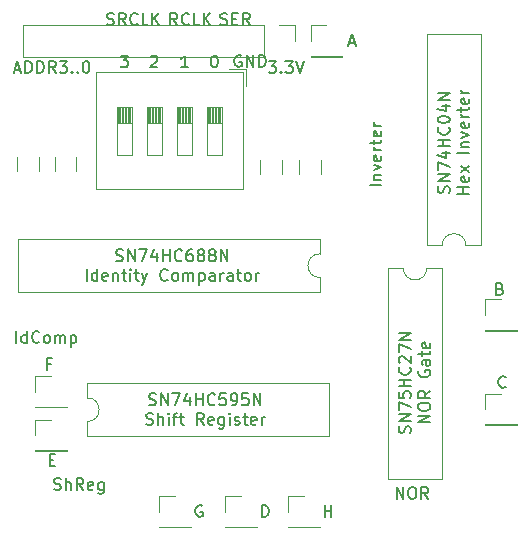
<source format=gbr>
%TF.GenerationSoftware,KiCad,Pcbnew,(5.1.6)-1*%
%TF.CreationDate,2020-10-26T14:55:52-07:00*%
%TF.ProjectId,DigitController2,44696769-7443-46f6-9e74-726f6c6c6572,rev?*%
%TF.SameCoordinates,Original*%
%TF.FileFunction,Legend,Top*%
%TF.FilePolarity,Positive*%
%FSLAX46Y46*%
G04 Gerber Fmt 4.6, Leading zero omitted, Abs format (unit mm)*
G04 Created by KiCad (PCBNEW (5.1.6)-1) date 2020-10-26 14:55:52*
%MOMM*%
%LPD*%
G01*
G04 APERTURE LIST*
%ADD10C,0.150000*%
%ADD11C,0.120000*%
G04 APERTURE END LIST*
D10*
X144470380Y-99623238D02*
X143470380Y-99623238D01*
X143803714Y-99147047D02*
X144470380Y-99147047D01*
X143898952Y-99147047D02*
X143851333Y-99099428D01*
X143803714Y-99004190D01*
X143803714Y-98861333D01*
X143851333Y-98766095D01*
X143946571Y-98718476D01*
X144470380Y-98718476D01*
X143803714Y-98337523D02*
X144470380Y-98099428D01*
X143803714Y-97861333D01*
X144422761Y-97099428D02*
X144470380Y-97194666D01*
X144470380Y-97385142D01*
X144422761Y-97480380D01*
X144327523Y-97528000D01*
X143946571Y-97528000D01*
X143851333Y-97480380D01*
X143803714Y-97385142D01*
X143803714Y-97194666D01*
X143851333Y-97099428D01*
X143946571Y-97051809D01*
X144041809Y-97051809D01*
X144137047Y-97528000D01*
X144470380Y-96623238D02*
X143803714Y-96623238D01*
X143994190Y-96623238D02*
X143898952Y-96575619D01*
X143851333Y-96528000D01*
X143803714Y-96432761D01*
X143803714Y-96337523D01*
X143803714Y-96147047D02*
X143803714Y-95766095D01*
X143470380Y-96004190D02*
X144327523Y-96004190D01*
X144422761Y-95956571D01*
X144470380Y-95861333D01*
X144470380Y-95766095D01*
X144422761Y-95051809D02*
X144470380Y-95147047D01*
X144470380Y-95337523D01*
X144422761Y-95432761D01*
X144327523Y-95480380D01*
X143946571Y-95480380D01*
X143851333Y-95432761D01*
X143803714Y-95337523D01*
X143803714Y-95147047D01*
X143851333Y-95051809D01*
X143946571Y-95004190D01*
X144041809Y-95004190D01*
X144137047Y-95480380D01*
X144470380Y-94575619D02*
X143803714Y-94575619D01*
X143994190Y-94575619D02*
X143898952Y-94528000D01*
X143851333Y-94480380D01*
X143803714Y-94385142D01*
X143803714Y-94289904D01*
X145756476Y-126182380D02*
X145756476Y-125182380D01*
X146327904Y-126182380D01*
X146327904Y-125182380D01*
X146994571Y-125182380D02*
X147185047Y-125182380D01*
X147280285Y-125230000D01*
X147375523Y-125325238D01*
X147423142Y-125515714D01*
X147423142Y-125849047D01*
X147375523Y-126039523D01*
X147280285Y-126134761D01*
X147185047Y-126182380D01*
X146994571Y-126182380D01*
X146899333Y-126134761D01*
X146804095Y-126039523D01*
X146756476Y-125849047D01*
X146756476Y-125515714D01*
X146804095Y-125325238D01*
X146899333Y-125230000D01*
X146994571Y-125182380D01*
X148423142Y-126182380D02*
X148089809Y-125706190D01*
X147851714Y-126182380D02*
X147851714Y-125182380D01*
X148232666Y-125182380D01*
X148327904Y-125230000D01*
X148375523Y-125277619D01*
X148423142Y-125372857D01*
X148423142Y-125515714D01*
X148375523Y-125610952D01*
X148327904Y-125658571D01*
X148232666Y-125706190D01*
X147851714Y-125706190D01*
X113554190Y-112974380D02*
X113554190Y-111974380D01*
X114458952Y-112974380D02*
X114458952Y-111974380D01*
X114458952Y-112926761D02*
X114363714Y-112974380D01*
X114173238Y-112974380D01*
X114078000Y-112926761D01*
X114030380Y-112879142D01*
X113982761Y-112783904D01*
X113982761Y-112498190D01*
X114030380Y-112402952D01*
X114078000Y-112355333D01*
X114173238Y-112307714D01*
X114363714Y-112307714D01*
X114458952Y-112355333D01*
X115506571Y-112879142D02*
X115458952Y-112926761D01*
X115316095Y-112974380D01*
X115220857Y-112974380D01*
X115078000Y-112926761D01*
X114982761Y-112831523D01*
X114935142Y-112736285D01*
X114887523Y-112545809D01*
X114887523Y-112402952D01*
X114935142Y-112212476D01*
X114982761Y-112117238D01*
X115078000Y-112022000D01*
X115220857Y-111974380D01*
X115316095Y-111974380D01*
X115458952Y-112022000D01*
X115506571Y-112069619D01*
X116078000Y-112974380D02*
X115982761Y-112926761D01*
X115935142Y-112879142D01*
X115887523Y-112783904D01*
X115887523Y-112498190D01*
X115935142Y-112402952D01*
X115982761Y-112355333D01*
X116078000Y-112307714D01*
X116220857Y-112307714D01*
X116316095Y-112355333D01*
X116363714Y-112402952D01*
X116411333Y-112498190D01*
X116411333Y-112783904D01*
X116363714Y-112879142D01*
X116316095Y-112926761D01*
X116220857Y-112974380D01*
X116078000Y-112974380D01*
X116839904Y-112974380D02*
X116839904Y-112307714D01*
X116839904Y-112402952D02*
X116887523Y-112355333D01*
X116982761Y-112307714D01*
X117125619Y-112307714D01*
X117220857Y-112355333D01*
X117268476Y-112450571D01*
X117268476Y-112974380D01*
X117268476Y-112450571D02*
X117316095Y-112355333D01*
X117411333Y-112307714D01*
X117554190Y-112307714D01*
X117649428Y-112355333D01*
X117697047Y-112450571D01*
X117697047Y-112974380D01*
X118173238Y-112307714D02*
X118173238Y-113307714D01*
X118173238Y-112355333D02*
X118268476Y-112307714D01*
X118458952Y-112307714D01*
X118554190Y-112355333D01*
X118601809Y-112402952D01*
X118649428Y-112498190D01*
X118649428Y-112783904D01*
X118601809Y-112879142D01*
X118554190Y-112926761D01*
X118458952Y-112974380D01*
X118268476Y-112974380D01*
X118173238Y-112926761D01*
X116752952Y-125372761D02*
X116895809Y-125420380D01*
X117133904Y-125420380D01*
X117229142Y-125372761D01*
X117276761Y-125325142D01*
X117324380Y-125229904D01*
X117324380Y-125134666D01*
X117276761Y-125039428D01*
X117229142Y-124991809D01*
X117133904Y-124944190D01*
X116943428Y-124896571D01*
X116848190Y-124848952D01*
X116800571Y-124801333D01*
X116752952Y-124706095D01*
X116752952Y-124610857D01*
X116800571Y-124515619D01*
X116848190Y-124468000D01*
X116943428Y-124420380D01*
X117181523Y-124420380D01*
X117324380Y-124468000D01*
X117752952Y-125420380D02*
X117752952Y-124420380D01*
X118181523Y-125420380D02*
X118181523Y-124896571D01*
X118133904Y-124801333D01*
X118038666Y-124753714D01*
X117895809Y-124753714D01*
X117800571Y-124801333D01*
X117752952Y-124848952D01*
X119229142Y-125420380D02*
X118895809Y-124944190D01*
X118657714Y-125420380D02*
X118657714Y-124420380D01*
X119038666Y-124420380D01*
X119133904Y-124468000D01*
X119181523Y-124515619D01*
X119229142Y-124610857D01*
X119229142Y-124753714D01*
X119181523Y-124848952D01*
X119133904Y-124896571D01*
X119038666Y-124944190D01*
X118657714Y-124944190D01*
X120038666Y-125372761D02*
X119943428Y-125420380D01*
X119752952Y-125420380D01*
X119657714Y-125372761D01*
X119610095Y-125277523D01*
X119610095Y-124896571D01*
X119657714Y-124801333D01*
X119752952Y-124753714D01*
X119943428Y-124753714D01*
X120038666Y-124801333D01*
X120086285Y-124896571D01*
X120086285Y-124991809D01*
X119610095Y-125087047D01*
X120943428Y-124753714D02*
X120943428Y-125563238D01*
X120895809Y-125658476D01*
X120848190Y-125706095D01*
X120752952Y-125753714D01*
X120610095Y-125753714D01*
X120514857Y-125706095D01*
X120943428Y-125372761D02*
X120848190Y-125420380D01*
X120657714Y-125420380D01*
X120562476Y-125372761D01*
X120514857Y-125325142D01*
X120467238Y-125229904D01*
X120467238Y-124944190D01*
X120514857Y-124848952D01*
X120562476Y-124801333D01*
X120657714Y-124753714D01*
X120848190Y-124753714D01*
X120943428Y-124801333D01*
X116474857Y-114736571D02*
X116141523Y-114736571D01*
X116141523Y-115260380D02*
X116141523Y-114260380D01*
X116617714Y-114260380D01*
X116371714Y-122864571D02*
X116705047Y-122864571D01*
X116847904Y-123388380D02*
X116371714Y-123388380D01*
X116371714Y-122388380D01*
X116847904Y-122388380D01*
X129293904Y-126754000D02*
X129198666Y-126706380D01*
X129055809Y-126706380D01*
X128912952Y-126754000D01*
X128817714Y-126849238D01*
X128770095Y-126944476D01*
X128722476Y-127134952D01*
X128722476Y-127277809D01*
X128770095Y-127468285D01*
X128817714Y-127563523D01*
X128912952Y-127658761D01*
X129055809Y-127706380D01*
X129151047Y-127706380D01*
X129293904Y-127658761D01*
X129341523Y-127611142D01*
X129341523Y-127277809D01*
X129151047Y-127277809D01*
X134358095Y-127706380D02*
X134358095Y-126706380D01*
X134596190Y-126706380D01*
X134739047Y-126754000D01*
X134834285Y-126849238D01*
X134881904Y-126944476D01*
X134929523Y-127134952D01*
X134929523Y-127277809D01*
X134881904Y-127468285D01*
X134834285Y-127563523D01*
X134739047Y-127658761D01*
X134596190Y-127706380D01*
X134358095Y-127706380D01*
X139668285Y-127706380D02*
X139668285Y-126706380D01*
X139668285Y-127182571D02*
X140239714Y-127182571D01*
X140239714Y-127706380D02*
X140239714Y-126706380D01*
X154995523Y-116689142D02*
X154947904Y-116736761D01*
X154805047Y-116784380D01*
X154709809Y-116784380D01*
X154566952Y-116736761D01*
X154471714Y-116641523D01*
X154424095Y-116546285D01*
X154376476Y-116355809D01*
X154376476Y-116212952D01*
X154424095Y-116022476D01*
X154471714Y-115927238D01*
X154566952Y-115832000D01*
X154709809Y-115784380D01*
X154805047Y-115784380D01*
X154947904Y-115832000D01*
X154995523Y-115879619D01*
X154503428Y-108386571D02*
X154646285Y-108434190D01*
X154693904Y-108481809D01*
X154741523Y-108577047D01*
X154741523Y-108719904D01*
X154693904Y-108815142D01*
X154646285Y-108862761D01*
X154551047Y-108910380D01*
X154170095Y-108910380D01*
X154170095Y-107910380D01*
X154503428Y-107910380D01*
X154598666Y-107958000D01*
X154646285Y-108005619D01*
X154693904Y-108100857D01*
X154693904Y-108196095D01*
X154646285Y-108291333D01*
X154598666Y-108338952D01*
X154503428Y-108386571D01*
X154170095Y-108386571D01*
X132588095Y-88654000D02*
X132492857Y-88606380D01*
X132350000Y-88606380D01*
X132207142Y-88654000D01*
X132111904Y-88749238D01*
X132064285Y-88844476D01*
X132016666Y-89034952D01*
X132016666Y-89177809D01*
X132064285Y-89368285D01*
X132111904Y-89463523D01*
X132207142Y-89558761D01*
X132350000Y-89606380D01*
X132445238Y-89606380D01*
X132588095Y-89558761D01*
X132635714Y-89511142D01*
X132635714Y-89177809D01*
X132445238Y-89177809D01*
X133064285Y-89606380D02*
X133064285Y-88606380D01*
X133635714Y-89606380D01*
X133635714Y-88606380D01*
X134111904Y-89606380D02*
X134111904Y-88606380D01*
X134350000Y-88606380D01*
X134492857Y-88654000D01*
X134588095Y-88749238D01*
X134635714Y-88844476D01*
X134683333Y-89034952D01*
X134683333Y-89177809D01*
X134635714Y-89368285D01*
X134588095Y-89463523D01*
X134492857Y-89558761D01*
X134350000Y-89606380D01*
X134111904Y-89606380D01*
X134921809Y-89114380D02*
X135540857Y-89114380D01*
X135207523Y-89495333D01*
X135350380Y-89495333D01*
X135445619Y-89542952D01*
X135493238Y-89590571D01*
X135540857Y-89685809D01*
X135540857Y-89923904D01*
X135493238Y-90019142D01*
X135445619Y-90066761D01*
X135350380Y-90114380D01*
X135064666Y-90114380D01*
X134969428Y-90066761D01*
X134921809Y-90019142D01*
X135969428Y-90019142D02*
X136017047Y-90066761D01*
X135969428Y-90114380D01*
X135921809Y-90066761D01*
X135969428Y-90019142D01*
X135969428Y-90114380D01*
X136350380Y-89114380D02*
X136969428Y-89114380D01*
X136636095Y-89495333D01*
X136778952Y-89495333D01*
X136874190Y-89542952D01*
X136921809Y-89590571D01*
X136969428Y-89685809D01*
X136969428Y-89923904D01*
X136921809Y-90019142D01*
X136874190Y-90066761D01*
X136778952Y-90114380D01*
X136493238Y-90114380D01*
X136398000Y-90066761D01*
X136350380Y-90019142D01*
X137255142Y-89114380D02*
X137588476Y-90114380D01*
X137921809Y-89114380D01*
X113419333Y-89828666D02*
X113895523Y-89828666D01*
X113324095Y-90114380D02*
X113657428Y-89114380D01*
X113990761Y-90114380D01*
X114324095Y-90114380D02*
X114324095Y-89114380D01*
X114562190Y-89114380D01*
X114705047Y-89162000D01*
X114800285Y-89257238D01*
X114847904Y-89352476D01*
X114895523Y-89542952D01*
X114895523Y-89685809D01*
X114847904Y-89876285D01*
X114800285Y-89971523D01*
X114705047Y-90066761D01*
X114562190Y-90114380D01*
X114324095Y-90114380D01*
X115324095Y-90114380D02*
X115324095Y-89114380D01*
X115562190Y-89114380D01*
X115705047Y-89162000D01*
X115800285Y-89257238D01*
X115847904Y-89352476D01*
X115895523Y-89542952D01*
X115895523Y-89685809D01*
X115847904Y-89876285D01*
X115800285Y-89971523D01*
X115705047Y-90066761D01*
X115562190Y-90114380D01*
X115324095Y-90114380D01*
X116895523Y-90114380D02*
X116562190Y-89638190D01*
X116324095Y-90114380D02*
X116324095Y-89114380D01*
X116705047Y-89114380D01*
X116800285Y-89162000D01*
X116847904Y-89209619D01*
X116895523Y-89304857D01*
X116895523Y-89447714D01*
X116847904Y-89542952D01*
X116800285Y-89590571D01*
X116705047Y-89638190D01*
X116324095Y-89638190D01*
X117228857Y-89114380D02*
X117847904Y-89114380D01*
X117514571Y-89495333D01*
X117657428Y-89495333D01*
X117752666Y-89542952D01*
X117800285Y-89590571D01*
X117847904Y-89685809D01*
X117847904Y-89923904D01*
X117800285Y-90019142D01*
X117752666Y-90066761D01*
X117657428Y-90114380D01*
X117371714Y-90114380D01*
X117276476Y-90066761D01*
X117228857Y-90019142D01*
X118276476Y-90019142D02*
X118324095Y-90066761D01*
X118276476Y-90114380D01*
X118228857Y-90066761D01*
X118276476Y-90019142D01*
X118276476Y-90114380D01*
X118752666Y-90019142D02*
X118800285Y-90066761D01*
X118752666Y-90114380D01*
X118705047Y-90066761D01*
X118752666Y-90019142D01*
X118752666Y-90114380D01*
X119419333Y-89114380D02*
X119514571Y-89114380D01*
X119609809Y-89162000D01*
X119657428Y-89209619D01*
X119705047Y-89304857D01*
X119752666Y-89495333D01*
X119752666Y-89733428D01*
X119705047Y-89923904D01*
X119657428Y-90019142D01*
X119609809Y-90066761D01*
X119514571Y-90114380D01*
X119419333Y-90114380D01*
X119324095Y-90066761D01*
X119276476Y-90019142D01*
X119228857Y-89923904D01*
X119181238Y-89733428D01*
X119181238Y-89495333D01*
X119228857Y-89304857D01*
X119276476Y-89209619D01*
X119324095Y-89162000D01*
X119419333Y-89114380D01*
X121253523Y-86002761D02*
X121396380Y-86050380D01*
X121634476Y-86050380D01*
X121729714Y-86002761D01*
X121777333Y-85955142D01*
X121824952Y-85859904D01*
X121824952Y-85764666D01*
X121777333Y-85669428D01*
X121729714Y-85621809D01*
X121634476Y-85574190D01*
X121444000Y-85526571D01*
X121348761Y-85478952D01*
X121301142Y-85431333D01*
X121253523Y-85336095D01*
X121253523Y-85240857D01*
X121301142Y-85145619D01*
X121348761Y-85098000D01*
X121444000Y-85050380D01*
X121682095Y-85050380D01*
X121824952Y-85098000D01*
X122824952Y-86050380D02*
X122491619Y-85574190D01*
X122253523Y-86050380D02*
X122253523Y-85050380D01*
X122634476Y-85050380D01*
X122729714Y-85098000D01*
X122777333Y-85145619D01*
X122824952Y-85240857D01*
X122824952Y-85383714D01*
X122777333Y-85478952D01*
X122729714Y-85526571D01*
X122634476Y-85574190D01*
X122253523Y-85574190D01*
X123824952Y-85955142D02*
X123777333Y-86002761D01*
X123634476Y-86050380D01*
X123539238Y-86050380D01*
X123396380Y-86002761D01*
X123301142Y-85907523D01*
X123253523Y-85812285D01*
X123205904Y-85621809D01*
X123205904Y-85478952D01*
X123253523Y-85288476D01*
X123301142Y-85193238D01*
X123396380Y-85098000D01*
X123539238Y-85050380D01*
X123634476Y-85050380D01*
X123777333Y-85098000D01*
X123824952Y-85145619D01*
X124729714Y-86050380D02*
X124253523Y-86050380D01*
X124253523Y-85050380D01*
X125063047Y-86050380D02*
X125063047Y-85050380D01*
X125634476Y-86050380D02*
X125205904Y-85478952D01*
X125634476Y-85050380D02*
X125063047Y-85621809D01*
X127174761Y-86050380D02*
X126841428Y-85574190D01*
X126603333Y-86050380D02*
X126603333Y-85050380D01*
X126984285Y-85050380D01*
X127079523Y-85098000D01*
X127127142Y-85145619D01*
X127174761Y-85240857D01*
X127174761Y-85383714D01*
X127127142Y-85478952D01*
X127079523Y-85526571D01*
X126984285Y-85574190D01*
X126603333Y-85574190D01*
X128174761Y-85955142D02*
X128127142Y-86002761D01*
X127984285Y-86050380D01*
X127889047Y-86050380D01*
X127746190Y-86002761D01*
X127650952Y-85907523D01*
X127603333Y-85812285D01*
X127555714Y-85621809D01*
X127555714Y-85478952D01*
X127603333Y-85288476D01*
X127650952Y-85193238D01*
X127746190Y-85098000D01*
X127889047Y-85050380D01*
X127984285Y-85050380D01*
X128127142Y-85098000D01*
X128174761Y-85145619D01*
X129079523Y-86050380D02*
X128603333Y-86050380D01*
X128603333Y-85050380D01*
X129412857Y-86050380D02*
X129412857Y-85050380D01*
X129984285Y-86050380D02*
X129555714Y-85478952D01*
X129984285Y-85050380D02*
X129412857Y-85621809D01*
X130841904Y-86002761D02*
X130984761Y-86050380D01*
X131222857Y-86050380D01*
X131318095Y-86002761D01*
X131365714Y-85955142D01*
X131413333Y-85859904D01*
X131413333Y-85764666D01*
X131365714Y-85669428D01*
X131318095Y-85621809D01*
X131222857Y-85574190D01*
X131032380Y-85526571D01*
X130937142Y-85478952D01*
X130889523Y-85431333D01*
X130841904Y-85336095D01*
X130841904Y-85240857D01*
X130889523Y-85145619D01*
X130937142Y-85098000D01*
X131032380Y-85050380D01*
X131270476Y-85050380D01*
X131413333Y-85098000D01*
X131841904Y-85526571D02*
X132175238Y-85526571D01*
X132318095Y-86050380D02*
X131841904Y-86050380D01*
X131841904Y-85050380D01*
X132318095Y-85050380D01*
X133318095Y-86050380D02*
X132984761Y-85574190D01*
X132746666Y-86050380D02*
X132746666Y-85050380D01*
X133127619Y-85050380D01*
X133222857Y-85098000D01*
X133270476Y-85145619D01*
X133318095Y-85240857D01*
X133318095Y-85383714D01*
X133270476Y-85478952D01*
X133222857Y-85526571D01*
X133127619Y-85574190D01*
X132746666Y-85574190D01*
X141747904Y-87542666D02*
X142224095Y-87542666D01*
X141652666Y-87828380D02*
X141986000Y-86828380D01*
X142319333Y-87828380D01*
X150201761Y-100273904D02*
X150249380Y-100131047D01*
X150249380Y-99892952D01*
X150201761Y-99797714D01*
X150154142Y-99750095D01*
X150058904Y-99702476D01*
X149963666Y-99702476D01*
X149868428Y-99750095D01*
X149820809Y-99797714D01*
X149773190Y-99892952D01*
X149725571Y-100083428D01*
X149677952Y-100178666D01*
X149630333Y-100226285D01*
X149535095Y-100273904D01*
X149439857Y-100273904D01*
X149344619Y-100226285D01*
X149297000Y-100178666D01*
X149249380Y-100083428D01*
X149249380Y-99845333D01*
X149297000Y-99702476D01*
X150249380Y-99273904D02*
X149249380Y-99273904D01*
X150249380Y-98702476D01*
X149249380Y-98702476D01*
X149249380Y-98321523D02*
X149249380Y-97654857D01*
X150249380Y-98083428D01*
X149582714Y-96845333D02*
X150249380Y-96845333D01*
X149201761Y-97083428D02*
X149916047Y-97321523D01*
X149916047Y-96702476D01*
X150249380Y-96321523D02*
X149249380Y-96321523D01*
X149725571Y-96321523D02*
X149725571Y-95750095D01*
X150249380Y-95750095D02*
X149249380Y-95750095D01*
X150154142Y-94702476D02*
X150201761Y-94750095D01*
X150249380Y-94892952D01*
X150249380Y-94988190D01*
X150201761Y-95131047D01*
X150106523Y-95226285D01*
X150011285Y-95273904D01*
X149820809Y-95321523D01*
X149677952Y-95321523D01*
X149487476Y-95273904D01*
X149392238Y-95226285D01*
X149297000Y-95131047D01*
X149249380Y-94988190D01*
X149249380Y-94892952D01*
X149297000Y-94750095D01*
X149344619Y-94702476D01*
X149249380Y-94083428D02*
X149249380Y-93988190D01*
X149297000Y-93892952D01*
X149344619Y-93845333D01*
X149439857Y-93797714D01*
X149630333Y-93750095D01*
X149868428Y-93750095D01*
X150058904Y-93797714D01*
X150154142Y-93845333D01*
X150201761Y-93892952D01*
X150249380Y-93988190D01*
X150249380Y-94083428D01*
X150201761Y-94178666D01*
X150154142Y-94226285D01*
X150058904Y-94273904D01*
X149868428Y-94321523D01*
X149630333Y-94321523D01*
X149439857Y-94273904D01*
X149344619Y-94226285D01*
X149297000Y-94178666D01*
X149249380Y-94083428D01*
X149582714Y-92892952D02*
X150249380Y-92892952D01*
X149201761Y-93131047D02*
X149916047Y-93369142D01*
X149916047Y-92750095D01*
X150249380Y-92369142D02*
X149249380Y-92369142D01*
X150249380Y-91797714D01*
X149249380Y-91797714D01*
X151899380Y-100345333D02*
X150899380Y-100345333D01*
X151375571Y-100345333D02*
X151375571Y-99773904D01*
X151899380Y-99773904D02*
X150899380Y-99773904D01*
X151851761Y-98916761D02*
X151899380Y-99012000D01*
X151899380Y-99202476D01*
X151851761Y-99297714D01*
X151756523Y-99345333D01*
X151375571Y-99345333D01*
X151280333Y-99297714D01*
X151232714Y-99202476D01*
X151232714Y-99012000D01*
X151280333Y-98916761D01*
X151375571Y-98869142D01*
X151470809Y-98869142D01*
X151566047Y-99345333D01*
X151899380Y-98535809D02*
X151232714Y-98012000D01*
X151232714Y-98535809D02*
X151899380Y-98012000D01*
X151899380Y-96869142D02*
X150899380Y-96869142D01*
X151232714Y-96392952D02*
X151899380Y-96392952D01*
X151327952Y-96392952D02*
X151280333Y-96345333D01*
X151232714Y-96250095D01*
X151232714Y-96107238D01*
X151280333Y-96012000D01*
X151375571Y-95964380D01*
X151899380Y-95964380D01*
X151232714Y-95583428D02*
X151899380Y-95345333D01*
X151232714Y-95107238D01*
X151851761Y-94345333D02*
X151899380Y-94440571D01*
X151899380Y-94631047D01*
X151851761Y-94726285D01*
X151756523Y-94773904D01*
X151375571Y-94773904D01*
X151280333Y-94726285D01*
X151232714Y-94631047D01*
X151232714Y-94440571D01*
X151280333Y-94345333D01*
X151375571Y-94297714D01*
X151470809Y-94297714D01*
X151566047Y-94773904D01*
X151899380Y-93869142D02*
X151232714Y-93869142D01*
X151423190Y-93869142D02*
X151327952Y-93821523D01*
X151280333Y-93773904D01*
X151232714Y-93678666D01*
X151232714Y-93583428D01*
X151232714Y-93392952D02*
X151232714Y-93012000D01*
X150899380Y-93250095D02*
X151756523Y-93250095D01*
X151851761Y-93202476D01*
X151899380Y-93107238D01*
X151899380Y-93012000D01*
X151851761Y-92297714D02*
X151899380Y-92392952D01*
X151899380Y-92583428D01*
X151851761Y-92678666D01*
X151756523Y-92726285D01*
X151375571Y-92726285D01*
X151280333Y-92678666D01*
X151232714Y-92583428D01*
X151232714Y-92392952D01*
X151280333Y-92297714D01*
X151375571Y-92250095D01*
X151470809Y-92250095D01*
X151566047Y-92726285D01*
X151899380Y-91821523D02*
X151232714Y-91821523D01*
X151423190Y-91821523D02*
X151327952Y-91773904D01*
X151280333Y-91726285D01*
X151232714Y-91631047D01*
X151232714Y-91535809D01*
X146899761Y-120593904D02*
X146947380Y-120451047D01*
X146947380Y-120212952D01*
X146899761Y-120117714D01*
X146852142Y-120070095D01*
X146756904Y-120022476D01*
X146661666Y-120022476D01*
X146566428Y-120070095D01*
X146518809Y-120117714D01*
X146471190Y-120212952D01*
X146423571Y-120403428D01*
X146375952Y-120498666D01*
X146328333Y-120546285D01*
X146233095Y-120593904D01*
X146137857Y-120593904D01*
X146042619Y-120546285D01*
X145995000Y-120498666D01*
X145947380Y-120403428D01*
X145947380Y-120165333D01*
X145995000Y-120022476D01*
X146947380Y-119593904D02*
X145947380Y-119593904D01*
X146947380Y-119022476D01*
X145947380Y-119022476D01*
X145947380Y-118641523D02*
X145947380Y-117974857D01*
X146947380Y-118403428D01*
X145947380Y-117117714D02*
X145947380Y-117593904D01*
X146423571Y-117641523D01*
X146375952Y-117593904D01*
X146328333Y-117498666D01*
X146328333Y-117260571D01*
X146375952Y-117165333D01*
X146423571Y-117117714D01*
X146518809Y-117070095D01*
X146756904Y-117070095D01*
X146852142Y-117117714D01*
X146899761Y-117165333D01*
X146947380Y-117260571D01*
X146947380Y-117498666D01*
X146899761Y-117593904D01*
X146852142Y-117641523D01*
X146947380Y-116641523D02*
X145947380Y-116641523D01*
X146423571Y-116641523D02*
X146423571Y-116070095D01*
X146947380Y-116070095D02*
X145947380Y-116070095D01*
X146852142Y-115022476D02*
X146899761Y-115070095D01*
X146947380Y-115212952D01*
X146947380Y-115308190D01*
X146899761Y-115451047D01*
X146804523Y-115546285D01*
X146709285Y-115593904D01*
X146518809Y-115641523D01*
X146375952Y-115641523D01*
X146185476Y-115593904D01*
X146090238Y-115546285D01*
X145995000Y-115451047D01*
X145947380Y-115308190D01*
X145947380Y-115212952D01*
X145995000Y-115070095D01*
X146042619Y-115022476D01*
X146042619Y-114641523D02*
X145995000Y-114593904D01*
X145947380Y-114498666D01*
X145947380Y-114260571D01*
X145995000Y-114165333D01*
X146042619Y-114117714D01*
X146137857Y-114070095D01*
X146233095Y-114070095D01*
X146375952Y-114117714D01*
X146947380Y-114689142D01*
X146947380Y-114070095D01*
X145947380Y-113736761D02*
X145947380Y-113070095D01*
X146947380Y-113498666D01*
X146947380Y-112689142D02*
X145947380Y-112689142D01*
X146947380Y-112117714D01*
X145947380Y-112117714D01*
X148597380Y-119689142D02*
X147597380Y-119689142D01*
X148597380Y-119117714D01*
X147597380Y-119117714D01*
X147597380Y-118451047D02*
X147597380Y-118260571D01*
X147645000Y-118165333D01*
X147740238Y-118070095D01*
X147930714Y-118022476D01*
X148264047Y-118022476D01*
X148454523Y-118070095D01*
X148549761Y-118165333D01*
X148597380Y-118260571D01*
X148597380Y-118451047D01*
X148549761Y-118546285D01*
X148454523Y-118641523D01*
X148264047Y-118689142D01*
X147930714Y-118689142D01*
X147740238Y-118641523D01*
X147645000Y-118546285D01*
X147597380Y-118451047D01*
X148597380Y-117022476D02*
X148121190Y-117355809D01*
X148597380Y-117593904D02*
X147597380Y-117593904D01*
X147597380Y-117212952D01*
X147645000Y-117117714D01*
X147692619Y-117070095D01*
X147787857Y-117022476D01*
X147930714Y-117022476D01*
X148025952Y-117070095D01*
X148073571Y-117117714D01*
X148121190Y-117212952D01*
X148121190Y-117593904D01*
X147645000Y-115308190D02*
X147597380Y-115403428D01*
X147597380Y-115546285D01*
X147645000Y-115689142D01*
X147740238Y-115784380D01*
X147835476Y-115832000D01*
X148025952Y-115879619D01*
X148168809Y-115879619D01*
X148359285Y-115832000D01*
X148454523Y-115784380D01*
X148549761Y-115689142D01*
X148597380Y-115546285D01*
X148597380Y-115451047D01*
X148549761Y-115308190D01*
X148502142Y-115260571D01*
X148168809Y-115260571D01*
X148168809Y-115451047D01*
X148597380Y-114403428D02*
X148073571Y-114403428D01*
X147978333Y-114451047D01*
X147930714Y-114546285D01*
X147930714Y-114736761D01*
X147978333Y-114832000D01*
X148549761Y-114403428D02*
X148597380Y-114498666D01*
X148597380Y-114736761D01*
X148549761Y-114832000D01*
X148454523Y-114879619D01*
X148359285Y-114879619D01*
X148264047Y-114832000D01*
X148216428Y-114736761D01*
X148216428Y-114498666D01*
X148168809Y-114403428D01*
X147930714Y-114070095D02*
X147930714Y-113689142D01*
X147597380Y-113927238D02*
X148454523Y-113927238D01*
X148549761Y-113879619D01*
X148597380Y-113784380D01*
X148597380Y-113689142D01*
X148549761Y-112974857D02*
X148597380Y-113070095D01*
X148597380Y-113260571D01*
X148549761Y-113355809D01*
X148454523Y-113403428D01*
X148073571Y-113403428D01*
X147978333Y-113355809D01*
X147930714Y-113260571D01*
X147930714Y-113070095D01*
X147978333Y-112974857D01*
X148073571Y-112927238D01*
X148168809Y-112927238D01*
X148264047Y-113403428D01*
X122007904Y-106005761D02*
X122150761Y-106053380D01*
X122388857Y-106053380D01*
X122484095Y-106005761D01*
X122531714Y-105958142D01*
X122579333Y-105862904D01*
X122579333Y-105767666D01*
X122531714Y-105672428D01*
X122484095Y-105624809D01*
X122388857Y-105577190D01*
X122198380Y-105529571D01*
X122103142Y-105481952D01*
X122055523Y-105434333D01*
X122007904Y-105339095D01*
X122007904Y-105243857D01*
X122055523Y-105148619D01*
X122103142Y-105101000D01*
X122198380Y-105053380D01*
X122436476Y-105053380D01*
X122579333Y-105101000D01*
X123007904Y-106053380D02*
X123007904Y-105053380D01*
X123579333Y-106053380D01*
X123579333Y-105053380D01*
X123960285Y-105053380D02*
X124626952Y-105053380D01*
X124198380Y-106053380D01*
X125436476Y-105386714D02*
X125436476Y-106053380D01*
X125198380Y-105005761D02*
X124960285Y-105720047D01*
X125579333Y-105720047D01*
X125960285Y-106053380D02*
X125960285Y-105053380D01*
X125960285Y-105529571D02*
X126531714Y-105529571D01*
X126531714Y-106053380D02*
X126531714Y-105053380D01*
X127579333Y-105958142D02*
X127531714Y-106005761D01*
X127388857Y-106053380D01*
X127293619Y-106053380D01*
X127150761Y-106005761D01*
X127055523Y-105910523D01*
X127007904Y-105815285D01*
X126960285Y-105624809D01*
X126960285Y-105481952D01*
X127007904Y-105291476D01*
X127055523Y-105196238D01*
X127150761Y-105101000D01*
X127293619Y-105053380D01*
X127388857Y-105053380D01*
X127531714Y-105101000D01*
X127579333Y-105148619D01*
X128436476Y-105053380D02*
X128246000Y-105053380D01*
X128150761Y-105101000D01*
X128103142Y-105148619D01*
X128007904Y-105291476D01*
X127960285Y-105481952D01*
X127960285Y-105862904D01*
X128007904Y-105958142D01*
X128055523Y-106005761D01*
X128150761Y-106053380D01*
X128341238Y-106053380D01*
X128436476Y-106005761D01*
X128484095Y-105958142D01*
X128531714Y-105862904D01*
X128531714Y-105624809D01*
X128484095Y-105529571D01*
X128436476Y-105481952D01*
X128341238Y-105434333D01*
X128150761Y-105434333D01*
X128055523Y-105481952D01*
X128007904Y-105529571D01*
X127960285Y-105624809D01*
X129103142Y-105481952D02*
X129007904Y-105434333D01*
X128960285Y-105386714D01*
X128912666Y-105291476D01*
X128912666Y-105243857D01*
X128960285Y-105148619D01*
X129007904Y-105101000D01*
X129103142Y-105053380D01*
X129293619Y-105053380D01*
X129388857Y-105101000D01*
X129436476Y-105148619D01*
X129484095Y-105243857D01*
X129484095Y-105291476D01*
X129436476Y-105386714D01*
X129388857Y-105434333D01*
X129293619Y-105481952D01*
X129103142Y-105481952D01*
X129007904Y-105529571D01*
X128960285Y-105577190D01*
X128912666Y-105672428D01*
X128912666Y-105862904D01*
X128960285Y-105958142D01*
X129007904Y-106005761D01*
X129103142Y-106053380D01*
X129293619Y-106053380D01*
X129388857Y-106005761D01*
X129436476Y-105958142D01*
X129484095Y-105862904D01*
X129484095Y-105672428D01*
X129436476Y-105577190D01*
X129388857Y-105529571D01*
X129293619Y-105481952D01*
X130055523Y-105481952D02*
X129960285Y-105434333D01*
X129912666Y-105386714D01*
X129865047Y-105291476D01*
X129865047Y-105243857D01*
X129912666Y-105148619D01*
X129960285Y-105101000D01*
X130055523Y-105053380D01*
X130246000Y-105053380D01*
X130341238Y-105101000D01*
X130388857Y-105148619D01*
X130436476Y-105243857D01*
X130436476Y-105291476D01*
X130388857Y-105386714D01*
X130341238Y-105434333D01*
X130246000Y-105481952D01*
X130055523Y-105481952D01*
X129960285Y-105529571D01*
X129912666Y-105577190D01*
X129865047Y-105672428D01*
X129865047Y-105862904D01*
X129912666Y-105958142D01*
X129960285Y-106005761D01*
X130055523Y-106053380D01*
X130246000Y-106053380D01*
X130341238Y-106005761D01*
X130388857Y-105958142D01*
X130436476Y-105862904D01*
X130436476Y-105672428D01*
X130388857Y-105577190D01*
X130341238Y-105529571D01*
X130246000Y-105481952D01*
X130865047Y-106053380D02*
X130865047Y-105053380D01*
X131436476Y-106053380D01*
X131436476Y-105053380D01*
X119507904Y-107703380D02*
X119507904Y-106703380D01*
X120412666Y-107703380D02*
X120412666Y-106703380D01*
X120412666Y-107655761D02*
X120317428Y-107703380D01*
X120126952Y-107703380D01*
X120031714Y-107655761D01*
X119984095Y-107608142D01*
X119936476Y-107512904D01*
X119936476Y-107227190D01*
X119984095Y-107131952D01*
X120031714Y-107084333D01*
X120126952Y-107036714D01*
X120317428Y-107036714D01*
X120412666Y-107084333D01*
X121269809Y-107655761D02*
X121174571Y-107703380D01*
X120984095Y-107703380D01*
X120888857Y-107655761D01*
X120841238Y-107560523D01*
X120841238Y-107179571D01*
X120888857Y-107084333D01*
X120984095Y-107036714D01*
X121174571Y-107036714D01*
X121269809Y-107084333D01*
X121317428Y-107179571D01*
X121317428Y-107274809D01*
X120841238Y-107370047D01*
X121746000Y-107036714D02*
X121746000Y-107703380D01*
X121746000Y-107131952D02*
X121793619Y-107084333D01*
X121888857Y-107036714D01*
X122031714Y-107036714D01*
X122126952Y-107084333D01*
X122174571Y-107179571D01*
X122174571Y-107703380D01*
X122507904Y-107036714D02*
X122888857Y-107036714D01*
X122650761Y-106703380D02*
X122650761Y-107560523D01*
X122698380Y-107655761D01*
X122793619Y-107703380D01*
X122888857Y-107703380D01*
X123222190Y-107703380D02*
X123222190Y-107036714D01*
X123222190Y-106703380D02*
X123174571Y-106751000D01*
X123222190Y-106798619D01*
X123269809Y-106751000D01*
X123222190Y-106703380D01*
X123222190Y-106798619D01*
X123555523Y-107036714D02*
X123936476Y-107036714D01*
X123698380Y-106703380D02*
X123698380Y-107560523D01*
X123746000Y-107655761D01*
X123841238Y-107703380D01*
X123936476Y-107703380D01*
X124174571Y-107036714D02*
X124412666Y-107703380D01*
X124650761Y-107036714D02*
X124412666Y-107703380D01*
X124317428Y-107941476D01*
X124269809Y-107989095D01*
X124174571Y-108036714D01*
X126365047Y-107608142D02*
X126317428Y-107655761D01*
X126174571Y-107703380D01*
X126079333Y-107703380D01*
X125936476Y-107655761D01*
X125841238Y-107560523D01*
X125793619Y-107465285D01*
X125746000Y-107274809D01*
X125746000Y-107131952D01*
X125793619Y-106941476D01*
X125841238Y-106846238D01*
X125936476Y-106751000D01*
X126079333Y-106703380D01*
X126174571Y-106703380D01*
X126317428Y-106751000D01*
X126365047Y-106798619D01*
X126936476Y-107703380D02*
X126841238Y-107655761D01*
X126793619Y-107608142D01*
X126746000Y-107512904D01*
X126746000Y-107227190D01*
X126793619Y-107131952D01*
X126841238Y-107084333D01*
X126936476Y-107036714D01*
X127079333Y-107036714D01*
X127174571Y-107084333D01*
X127222190Y-107131952D01*
X127269809Y-107227190D01*
X127269809Y-107512904D01*
X127222190Y-107608142D01*
X127174571Y-107655761D01*
X127079333Y-107703380D01*
X126936476Y-107703380D01*
X127698380Y-107703380D02*
X127698380Y-107036714D01*
X127698380Y-107131952D02*
X127746000Y-107084333D01*
X127841238Y-107036714D01*
X127984095Y-107036714D01*
X128079333Y-107084333D01*
X128126952Y-107179571D01*
X128126952Y-107703380D01*
X128126952Y-107179571D02*
X128174571Y-107084333D01*
X128269809Y-107036714D01*
X128412666Y-107036714D01*
X128507904Y-107084333D01*
X128555523Y-107179571D01*
X128555523Y-107703380D01*
X129031714Y-107036714D02*
X129031714Y-108036714D01*
X129031714Y-107084333D02*
X129126952Y-107036714D01*
X129317428Y-107036714D01*
X129412666Y-107084333D01*
X129460285Y-107131952D01*
X129507904Y-107227190D01*
X129507904Y-107512904D01*
X129460285Y-107608142D01*
X129412666Y-107655761D01*
X129317428Y-107703380D01*
X129126952Y-107703380D01*
X129031714Y-107655761D01*
X130365047Y-107703380D02*
X130365047Y-107179571D01*
X130317428Y-107084333D01*
X130222190Y-107036714D01*
X130031714Y-107036714D01*
X129936476Y-107084333D01*
X130365047Y-107655761D02*
X130269809Y-107703380D01*
X130031714Y-107703380D01*
X129936476Y-107655761D01*
X129888857Y-107560523D01*
X129888857Y-107465285D01*
X129936476Y-107370047D01*
X130031714Y-107322428D01*
X130269809Y-107322428D01*
X130365047Y-107274809D01*
X130841238Y-107703380D02*
X130841238Y-107036714D01*
X130841238Y-107227190D02*
X130888857Y-107131952D01*
X130936476Y-107084333D01*
X131031714Y-107036714D01*
X131126952Y-107036714D01*
X131888857Y-107703380D02*
X131888857Y-107179571D01*
X131841238Y-107084333D01*
X131746000Y-107036714D01*
X131555523Y-107036714D01*
X131460285Y-107084333D01*
X131888857Y-107655761D02*
X131793619Y-107703380D01*
X131555523Y-107703380D01*
X131460285Y-107655761D01*
X131412666Y-107560523D01*
X131412666Y-107465285D01*
X131460285Y-107370047D01*
X131555523Y-107322428D01*
X131793619Y-107322428D01*
X131888857Y-107274809D01*
X132222190Y-107036714D02*
X132603142Y-107036714D01*
X132365047Y-106703380D02*
X132365047Y-107560523D01*
X132412666Y-107655761D01*
X132507904Y-107703380D01*
X132603142Y-107703380D01*
X133079333Y-107703380D02*
X132984095Y-107655761D01*
X132936476Y-107608142D01*
X132888857Y-107512904D01*
X132888857Y-107227190D01*
X132936476Y-107131952D01*
X132984095Y-107084333D01*
X133079333Y-107036714D01*
X133222190Y-107036714D01*
X133317428Y-107084333D01*
X133365047Y-107131952D01*
X133412666Y-107227190D01*
X133412666Y-107512904D01*
X133365047Y-107608142D01*
X133317428Y-107655761D01*
X133222190Y-107703380D01*
X133079333Y-107703380D01*
X133841238Y-107703380D02*
X133841238Y-107036714D01*
X133841238Y-107227190D02*
X133888857Y-107131952D01*
X133936476Y-107084333D01*
X134031714Y-107036714D01*
X134126952Y-107036714D01*
X124801904Y-118197761D02*
X124944761Y-118245380D01*
X125182857Y-118245380D01*
X125278095Y-118197761D01*
X125325714Y-118150142D01*
X125373333Y-118054904D01*
X125373333Y-117959666D01*
X125325714Y-117864428D01*
X125278095Y-117816809D01*
X125182857Y-117769190D01*
X124992380Y-117721571D01*
X124897142Y-117673952D01*
X124849523Y-117626333D01*
X124801904Y-117531095D01*
X124801904Y-117435857D01*
X124849523Y-117340619D01*
X124897142Y-117293000D01*
X124992380Y-117245380D01*
X125230476Y-117245380D01*
X125373333Y-117293000D01*
X125801904Y-118245380D02*
X125801904Y-117245380D01*
X126373333Y-118245380D01*
X126373333Y-117245380D01*
X126754285Y-117245380D02*
X127420952Y-117245380D01*
X126992380Y-118245380D01*
X128230476Y-117578714D02*
X128230476Y-118245380D01*
X127992380Y-117197761D02*
X127754285Y-117912047D01*
X128373333Y-117912047D01*
X128754285Y-118245380D02*
X128754285Y-117245380D01*
X128754285Y-117721571D02*
X129325714Y-117721571D01*
X129325714Y-118245380D02*
X129325714Y-117245380D01*
X130373333Y-118150142D02*
X130325714Y-118197761D01*
X130182857Y-118245380D01*
X130087619Y-118245380D01*
X129944761Y-118197761D01*
X129849523Y-118102523D01*
X129801904Y-118007285D01*
X129754285Y-117816809D01*
X129754285Y-117673952D01*
X129801904Y-117483476D01*
X129849523Y-117388238D01*
X129944761Y-117293000D01*
X130087619Y-117245380D01*
X130182857Y-117245380D01*
X130325714Y-117293000D01*
X130373333Y-117340619D01*
X131278095Y-117245380D02*
X130801904Y-117245380D01*
X130754285Y-117721571D01*
X130801904Y-117673952D01*
X130897142Y-117626333D01*
X131135238Y-117626333D01*
X131230476Y-117673952D01*
X131278095Y-117721571D01*
X131325714Y-117816809D01*
X131325714Y-118054904D01*
X131278095Y-118150142D01*
X131230476Y-118197761D01*
X131135238Y-118245380D01*
X130897142Y-118245380D01*
X130801904Y-118197761D01*
X130754285Y-118150142D01*
X131801904Y-118245380D02*
X131992380Y-118245380D01*
X132087619Y-118197761D01*
X132135238Y-118150142D01*
X132230476Y-118007285D01*
X132278095Y-117816809D01*
X132278095Y-117435857D01*
X132230476Y-117340619D01*
X132182857Y-117293000D01*
X132087619Y-117245380D01*
X131897142Y-117245380D01*
X131801904Y-117293000D01*
X131754285Y-117340619D01*
X131706666Y-117435857D01*
X131706666Y-117673952D01*
X131754285Y-117769190D01*
X131801904Y-117816809D01*
X131897142Y-117864428D01*
X132087619Y-117864428D01*
X132182857Y-117816809D01*
X132230476Y-117769190D01*
X132278095Y-117673952D01*
X133182857Y-117245380D02*
X132706666Y-117245380D01*
X132659047Y-117721571D01*
X132706666Y-117673952D01*
X132801904Y-117626333D01*
X133040000Y-117626333D01*
X133135238Y-117673952D01*
X133182857Y-117721571D01*
X133230476Y-117816809D01*
X133230476Y-118054904D01*
X133182857Y-118150142D01*
X133135238Y-118197761D01*
X133040000Y-118245380D01*
X132801904Y-118245380D01*
X132706666Y-118197761D01*
X132659047Y-118150142D01*
X133659047Y-118245380D02*
X133659047Y-117245380D01*
X134230476Y-118245380D01*
X134230476Y-117245380D01*
X124563809Y-119847761D02*
X124706666Y-119895380D01*
X124944761Y-119895380D01*
X125040000Y-119847761D01*
X125087619Y-119800142D01*
X125135238Y-119704904D01*
X125135238Y-119609666D01*
X125087619Y-119514428D01*
X125040000Y-119466809D01*
X124944761Y-119419190D01*
X124754285Y-119371571D01*
X124659047Y-119323952D01*
X124611428Y-119276333D01*
X124563809Y-119181095D01*
X124563809Y-119085857D01*
X124611428Y-118990619D01*
X124659047Y-118943000D01*
X124754285Y-118895380D01*
X124992380Y-118895380D01*
X125135238Y-118943000D01*
X125563809Y-119895380D02*
X125563809Y-118895380D01*
X125992380Y-119895380D02*
X125992380Y-119371571D01*
X125944761Y-119276333D01*
X125849523Y-119228714D01*
X125706666Y-119228714D01*
X125611428Y-119276333D01*
X125563809Y-119323952D01*
X126468571Y-119895380D02*
X126468571Y-119228714D01*
X126468571Y-118895380D02*
X126420952Y-118943000D01*
X126468571Y-118990619D01*
X126516190Y-118943000D01*
X126468571Y-118895380D01*
X126468571Y-118990619D01*
X126801904Y-119228714D02*
X127182857Y-119228714D01*
X126944761Y-119895380D02*
X126944761Y-119038238D01*
X126992380Y-118943000D01*
X127087619Y-118895380D01*
X127182857Y-118895380D01*
X127373333Y-119228714D02*
X127754285Y-119228714D01*
X127516190Y-118895380D02*
X127516190Y-119752523D01*
X127563809Y-119847761D01*
X127659047Y-119895380D01*
X127754285Y-119895380D01*
X129420952Y-119895380D02*
X129087619Y-119419190D01*
X128849523Y-119895380D02*
X128849523Y-118895380D01*
X129230476Y-118895380D01*
X129325714Y-118943000D01*
X129373333Y-118990619D01*
X129420952Y-119085857D01*
X129420952Y-119228714D01*
X129373333Y-119323952D01*
X129325714Y-119371571D01*
X129230476Y-119419190D01*
X128849523Y-119419190D01*
X130230476Y-119847761D02*
X130135238Y-119895380D01*
X129944761Y-119895380D01*
X129849523Y-119847761D01*
X129801904Y-119752523D01*
X129801904Y-119371571D01*
X129849523Y-119276333D01*
X129944761Y-119228714D01*
X130135238Y-119228714D01*
X130230476Y-119276333D01*
X130278095Y-119371571D01*
X130278095Y-119466809D01*
X129801904Y-119562047D01*
X131135238Y-119228714D02*
X131135238Y-120038238D01*
X131087619Y-120133476D01*
X131040000Y-120181095D01*
X130944761Y-120228714D01*
X130801904Y-120228714D01*
X130706666Y-120181095D01*
X131135238Y-119847761D02*
X131040000Y-119895380D01*
X130849523Y-119895380D01*
X130754285Y-119847761D01*
X130706666Y-119800142D01*
X130659047Y-119704904D01*
X130659047Y-119419190D01*
X130706666Y-119323952D01*
X130754285Y-119276333D01*
X130849523Y-119228714D01*
X131040000Y-119228714D01*
X131135238Y-119276333D01*
X131611428Y-119895380D02*
X131611428Y-119228714D01*
X131611428Y-118895380D02*
X131563809Y-118943000D01*
X131611428Y-118990619D01*
X131659047Y-118943000D01*
X131611428Y-118895380D01*
X131611428Y-118990619D01*
X132040000Y-119847761D02*
X132135238Y-119895380D01*
X132325714Y-119895380D01*
X132420952Y-119847761D01*
X132468571Y-119752523D01*
X132468571Y-119704904D01*
X132420952Y-119609666D01*
X132325714Y-119562047D01*
X132182857Y-119562047D01*
X132087619Y-119514428D01*
X132040000Y-119419190D01*
X132040000Y-119371571D01*
X132087619Y-119276333D01*
X132182857Y-119228714D01*
X132325714Y-119228714D01*
X132420952Y-119276333D01*
X132754285Y-119228714D02*
X133135238Y-119228714D01*
X132897142Y-118895380D02*
X132897142Y-119752523D01*
X132944761Y-119847761D01*
X133040000Y-119895380D01*
X133135238Y-119895380D01*
X133849523Y-119847761D02*
X133754285Y-119895380D01*
X133563809Y-119895380D01*
X133468571Y-119847761D01*
X133420952Y-119752523D01*
X133420952Y-119371571D01*
X133468571Y-119276333D01*
X133563809Y-119228714D01*
X133754285Y-119228714D01*
X133849523Y-119276333D01*
X133897142Y-119371571D01*
X133897142Y-119466809D01*
X133420952Y-119562047D01*
X134325714Y-119895380D02*
X134325714Y-119228714D01*
X134325714Y-119419190D02*
X134373333Y-119323952D01*
X134420952Y-119276333D01*
X134516190Y-119228714D01*
X134611428Y-119228714D01*
X122388666Y-88642380D02*
X123007714Y-88642380D01*
X122674380Y-89023333D01*
X122817238Y-89023333D01*
X122912476Y-89070952D01*
X122960095Y-89118571D01*
X123007714Y-89213809D01*
X123007714Y-89451904D01*
X122960095Y-89547142D01*
X122912476Y-89594761D01*
X122817238Y-89642380D01*
X122531523Y-89642380D01*
X122436285Y-89594761D01*
X122388666Y-89547142D01*
X124936285Y-88737619D02*
X124983904Y-88690000D01*
X125079142Y-88642380D01*
X125317238Y-88642380D01*
X125412476Y-88690000D01*
X125460095Y-88737619D01*
X125507714Y-88832857D01*
X125507714Y-88928095D01*
X125460095Y-89070952D01*
X124888666Y-89642380D01*
X125507714Y-89642380D01*
X128107714Y-89642380D02*
X127536285Y-89642380D01*
X127822000Y-89642380D02*
X127822000Y-88642380D01*
X127726761Y-88785238D01*
X127631523Y-88880476D01*
X127536285Y-88928095D01*
X130274380Y-88642380D02*
X130369619Y-88642380D01*
X130464857Y-88690000D01*
X130512476Y-88737619D01*
X130560095Y-88832857D01*
X130607714Y-89023333D01*
X130607714Y-89261428D01*
X130560095Y-89451904D01*
X130512476Y-89547142D01*
X130464857Y-89594761D01*
X130369619Y-89642380D01*
X130274380Y-89642380D01*
X130179142Y-89594761D01*
X130131523Y-89547142D01*
X130083904Y-89451904D01*
X130036285Y-89261428D01*
X130036285Y-89023333D01*
X130083904Y-88832857D01*
X130131523Y-88737619D01*
X130179142Y-88690000D01*
X130274380Y-88642380D01*
D11*
%TO.C,U3*%
X119574000Y-117618000D02*
G75*
G02*
X119574000Y-119618000I0J-1000000D01*
G01*
X119574000Y-119618000D02*
X119574000Y-120868000D01*
X119574000Y-120868000D02*
X140014000Y-120868000D01*
X140014000Y-120868000D02*
X140014000Y-116368000D01*
X140014000Y-116368000D02*
X119574000Y-116368000D01*
X119574000Y-116368000D02*
X119574000Y-117618000D01*
%TO.C,SW1*%
X132742000Y-90050000D02*
X132742000Y-99950000D01*
X120282000Y-90050000D02*
X120282000Y-99950000D01*
X132742000Y-90050000D02*
X120282000Y-90050000D01*
X132742000Y-99950000D02*
X120282000Y-99950000D01*
X132982000Y-89810000D02*
X132982000Y-91194000D01*
X132982000Y-89810000D02*
X131599000Y-89810000D01*
X130957000Y-92970000D02*
X129687000Y-92970000D01*
X129687000Y-92970000D02*
X129687000Y-97030000D01*
X129687000Y-97030000D02*
X130957000Y-97030000D01*
X130957000Y-97030000D02*
X130957000Y-92970000D01*
X130837000Y-92970000D02*
X130837000Y-94323333D01*
X130717000Y-92970000D02*
X130717000Y-94323333D01*
X130597000Y-92970000D02*
X130597000Y-94323333D01*
X130477000Y-92970000D02*
X130477000Y-94323333D01*
X130357000Y-92970000D02*
X130357000Y-94323333D01*
X130237000Y-92970000D02*
X130237000Y-94323333D01*
X130117000Y-92970000D02*
X130117000Y-94323333D01*
X129997000Y-92970000D02*
X129997000Y-94323333D01*
X129877000Y-92970000D02*
X129877000Y-94323333D01*
X129757000Y-92970000D02*
X129757000Y-94323333D01*
X130957000Y-94323333D02*
X129687000Y-94323333D01*
X128417000Y-92970000D02*
X127147000Y-92970000D01*
X127147000Y-92970000D02*
X127147000Y-97030000D01*
X127147000Y-97030000D02*
X128417000Y-97030000D01*
X128417000Y-97030000D02*
X128417000Y-92970000D01*
X128297000Y-92970000D02*
X128297000Y-94323333D01*
X128177000Y-92970000D02*
X128177000Y-94323333D01*
X128057000Y-92970000D02*
X128057000Y-94323333D01*
X127937000Y-92970000D02*
X127937000Y-94323333D01*
X127817000Y-92970000D02*
X127817000Y-94323333D01*
X127697000Y-92970000D02*
X127697000Y-94323333D01*
X127577000Y-92970000D02*
X127577000Y-94323333D01*
X127457000Y-92970000D02*
X127457000Y-94323333D01*
X127337000Y-92970000D02*
X127337000Y-94323333D01*
X127217000Y-92970000D02*
X127217000Y-94323333D01*
X128417000Y-94323333D02*
X127147000Y-94323333D01*
X125877000Y-92970000D02*
X124607000Y-92970000D01*
X124607000Y-92970000D02*
X124607000Y-97030000D01*
X124607000Y-97030000D02*
X125877000Y-97030000D01*
X125877000Y-97030000D02*
X125877000Y-92970000D01*
X125757000Y-92970000D02*
X125757000Y-94323333D01*
X125637000Y-92970000D02*
X125637000Y-94323333D01*
X125517000Y-92970000D02*
X125517000Y-94323333D01*
X125397000Y-92970000D02*
X125397000Y-94323333D01*
X125277000Y-92970000D02*
X125277000Y-94323333D01*
X125157000Y-92970000D02*
X125157000Y-94323333D01*
X125037000Y-92970000D02*
X125037000Y-94323333D01*
X124917000Y-92970000D02*
X124917000Y-94323333D01*
X124797000Y-92970000D02*
X124797000Y-94323333D01*
X124677000Y-92970000D02*
X124677000Y-94323333D01*
X125877000Y-94323333D02*
X124607000Y-94323333D01*
X123337000Y-92970000D02*
X122067000Y-92970000D01*
X122067000Y-92970000D02*
X122067000Y-97030000D01*
X122067000Y-97030000D02*
X123337000Y-97030000D01*
X123337000Y-97030000D02*
X123337000Y-92970000D01*
X123217000Y-92970000D02*
X123217000Y-94323333D01*
X123097000Y-92970000D02*
X123097000Y-94323333D01*
X122977000Y-92970000D02*
X122977000Y-94323333D01*
X122857000Y-92970000D02*
X122857000Y-94323333D01*
X122737000Y-92970000D02*
X122737000Y-94323333D01*
X122617000Y-92970000D02*
X122617000Y-94323333D01*
X122497000Y-92970000D02*
X122497000Y-94323333D01*
X122377000Y-92970000D02*
X122377000Y-94323333D01*
X122257000Y-92970000D02*
X122257000Y-94323333D01*
X122137000Y-92970000D02*
X122137000Y-94323333D01*
X123337000Y-94323333D02*
X122067000Y-94323333D01*
%TO.C,U2*%
X139252000Y-107426000D02*
G75*
G02*
X139252000Y-105426000I0J1000000D01*
G01*
X139252000Y-105426000D02*
X139252000Y-104176000D01*
X139252000Y-104176000D02*
X113732000Y-104176000D01*
X113732000Y-104176000D02*
X113732000Y-108676000D01*
X113732000Y-108676000D02*
X139252000Y-108676000D01*
X139252000Y-108676000D02*
X139252000Y-107426000D01*
%TO.C,U1*%
X149622000Y-104708000D02*
G75*
G02*
X151622000Y-104708000I1000000J0D01*
G01*
X151622000Y-104708000D02*
X152872000Y-104708000D01*
X152872000Y-104708000D02*
X152872000Y-86808000D01*
X152872000Y-86808000D02*
X148372000Y-86808000D01*
X148372000Y-86808000D02*
X148372000Y-104708000D01*
X148372000Y-104708000D02*
X149622000Y-104708000D01*
%TO.C,R4*%
X137520000Y-98646064D02*
X137520000Y-97441936D01*
X139340000Y-98646064D02*
X139340000Y-97441936D01*
%TO.C,R3*%
X134212000Y-98646064D02*
X134212000Y-97441936D01*
X136032000Y-98646064D02*
X136032000Y-97441936D01*
%TO.C,R2*%
X116812000Y-98392064D02*
X116812000Y-97187936D01*
X118632000Y-98392064D02*
X118632000Y-97187936D01*
%TO.C,R1*%
X113644000Y-98392064D02*
X113644000Y-97187936D01*
X115464000Y-98392064D02*
X115464000Y-97187936D01*
%TO.C,IC1*%
X148320000Y-106620000D02*
G75*
G02*
X146320000Y-106620000I-1000000J0D01*
G01*
X146320000Y-106620000D02*
X145070000Y-106620000D01*
X145070000Y-106620000D02*
X145070000Y-124520000D01*
X145070000Y-124520000D02*
X149570000Y-124520000D01*
X149570000Y-124520000D02*
X149570000Y-106620000D01*
X149570000Y-106620000D02*
X148320000Y-106620000D01*
%TO.C,J6*%
X131258000Y-125924000D02*
X132588000Y-125924000D01*
X131258000Y-127254000D02*
X131258000Y-125924000D01*
X131258000Y-128524000D02*
X133918000Y-128524000D01*
X133918000Y-128524000D02*
X133918000Y-128584000D01*
X131258000Y-128524000D02*
X131258000Y-128584000D01*
X131258000Y-128584000D02*
X133918000Y-128584000D01*
%TO.C,J1*%
X136592000Y-125924000D02*
X137922000Y-125924000D01*
X136592000Y-127254000D02*
X136592000Y-125924000D01*
X136592000Y-128524000D02*
X139252000Y-128524000D01*
X139252000Y-128524000D02*
X139252000Y-128584000D01*
X136592000Y-128524000D02*
X136592000Y-128584000D01*
X136592000Y-128584000D02*
X139252000Y-128584000D01*
%TO.C,J2*%
X125670000Y-128584000D02*
X128330000Y-128584000D01*
X125670000Y-128524000D02*
X125670000Y-128584000D01*
X128330000Y-128524000D02*
X128330000Y-128584000D01*
X125670000Y-128524000D02*
X128330000Y-128524000D01*
X125670000Y-127254000D02*
X125670000Y-125924000D01*
X125670000Y-125924000D02*
X127000000Y-125924000D01*
%TO.C,J3*%
X115170000Y-115770000D02*
X116500000Y-115770000D01*
X115170000Y-117100000D02*
X115170000Y-115770000D01*
X115170000Y-118370000D02*
X117830000Y-118370000D01*
X117830000Y-118370000D02*
X117830000Y-118430000D01*
X115170000Y-118370000D02*
X115170000Y-118430000D01*
X115170000Y-118430000D02*
X117830000Y-118430000D01*
%TO.C,J4*%
X114150000Y-86070000D02*
X114150000Y-88730000D01*
X134530000Y-86070000D02*
X114150000Y-86070000D01*
X134530000Y-88730000D02*
X114150000Y-88730000D01*
X134530000Y-86070000D02*
X134530000Y-88730000D01*
X135800000Y-86070000D02*
X137130000Y-86070000D01*
X137130000Y-86070000D02*
X137130000Y-87400000D01*
%TO.C,J5*%
X115170000Y-122130000D02*
X117830000Y-122130000D01*
X115170000Y-122070000D02*
X115170000Y-122130000D01*
X117830000Y-122070000D02*
X117830000Y-122130000D01*
X115170000Y-122070000D02*
X117830000Y-122070000D01*
X115170000Y-120800000D02*
X115170000Y-119470000D01*
X115170000Y-119470000D02*
X116500000Y-119470000D01*
%TO.C,J7*%
X153270000Y-119930000D02*
X155930000Y-119930000D01*
X153270000Y-119870000D02*
X153270000Y-119930000D01*
X155930000Y-119870000D02*
X155930000Y-119930000D01*
X153270000Y-119870000D02*
X155930000Y-119870000D01*
X153270000Y-118600000D02*
X153270000Y-117270000D01*
X153270000Y-117270000D02*
X154600000Y-117270000D01*
%TO.C,J8*%
X153270000Y-109270000D02*
X154600000Y-109270000D01*
X153270000Y-110600000D02*
X153270000Y-109270000D01*
X153270000Y-111870000D02*
X155930000Y-111870000D01*
X155930000Y-111870000D02*
X155930000Y-111930000D01*
X153270000Y-111870000D02*
X153270000Y-111930000D01*
X153270000Y-111930000D02*
X155930000Y-111930000D01*
%TO.C,J9*%
X138470000Y-88730000D02*
X141130000Y-88730000D01*
X138470000Y-88670000D02*
X138470000Y-88730000D01*
X141130000Y-88670000D02*
X141130000Y-88730000D01*
X138470000Y-88670000D02*
X141130000Y-88670000D01*
X138470000Y-87400000D02*
X138470000Y-86070000D01*
X138470000Y-86070000D02*
X139800000Y-86070000D01*
%TD*%
M02*

</source>
